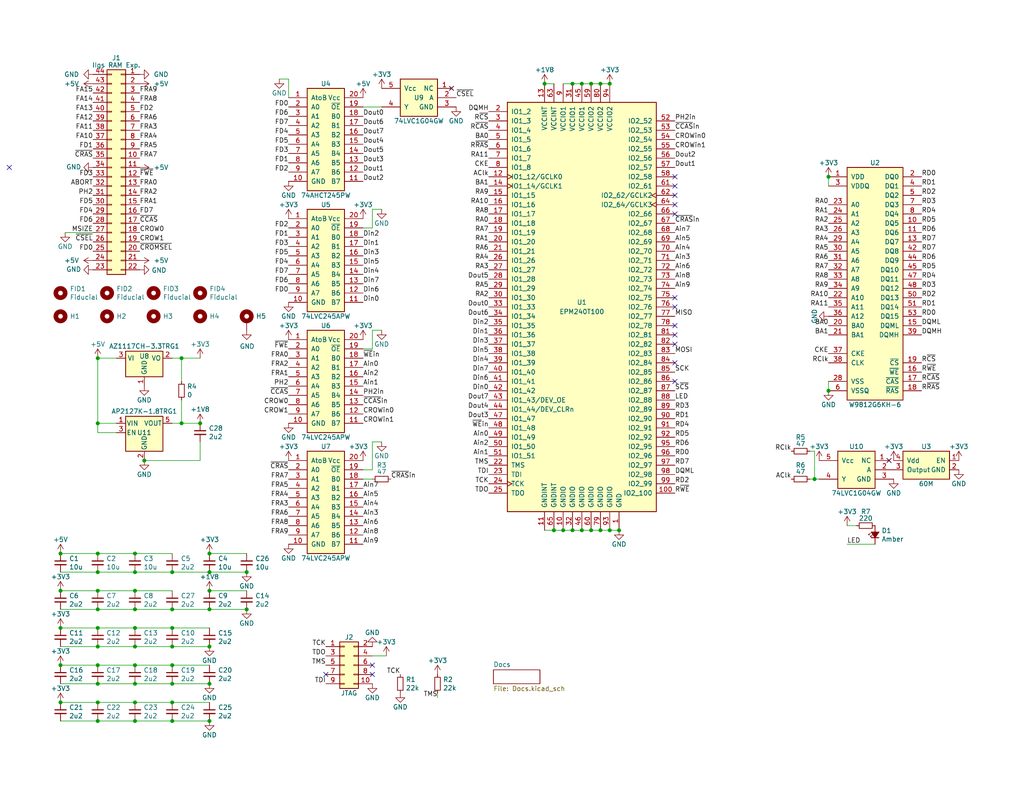
<source format=kicad_sch>
(kicad_sch (version 20230121) (generator eeschema)
  (paper "USLetter")
  (title_block (title "GW4201D (RAM2GS II) - EPM240 / 5M240Z / AG256") (date "2023-10-27") (rev "2.1") (company "Garrett's Workshop"))
  (junction (at 26.67 196.85))
  (junction (at 57.15 196.85))
  (junction (at 36.83 191.77))
  (junction (at 46.99 196.85))
  (junction (at 49.53 97.79))
  (junction (at 26.67 151.13))
  (junction (at 67.31 156.21))
  (junction (at 46.99 181.61))
  (junction (at 26.67 191.77))
  (junction (at 148.59 22.86))
  (junction (at 39.37 125.73))
  (junction (at 54.61 115.57))
  (junction (at 67.31 166.37))
  (junction (at 26.67 97.79))
  (junction (at 26.67 161.29))
  (junction (at 156.21 22.86))
  (junction (at 158.75 144.78))
  (junction (at 46.99 166.37))
  (junction (at 226.06 106.68))
  (junction (at 166.37 144.78))
  (junction (at 46.99 156.21))
  (junction (at 57.15 156.21))
  (junction (at 49.53 115.57))
  (junction (at 36.83 161.29))
  (junction (at 46.99 171.45))
  (junction (at 26.67 166.37))
  (junction (at 36.83 176.53))
  (junction (at 57.15 186.69))
  (junction (at 161.29 144.78))
  (junction (at 36.83 166.37))
  (junction (at 26.67 156.21))
  (junction (at 163.83 144.78))
  (junction (at 26.67 186.69))
  (junction (at 16.51 191.77))
  (junction (at 26.67 171.45))
  (junction (at 57.15 151.13))
  (junction (at 46.99 191.77))
  (junction (at 36.83 181.61))
  (junction (at 156.21 144.78))
  (junction (at 168.91 144.78))
  (junction (at 16.51 181.61))
  (junction (at 57.15 161.29))
  (junction (at 57.15 176.53))
  (junction (at 16.51 161.29))
  (junction (at 26.67 115.57))
  (junction (at 36.83 156.21))
  (junction (at 36.83 171.45))
  (junction (at 158.75 22.86))
  (junction (at 26.67 181.61))
  (junction (at 222.25 130.81))
  (junction (at 57.15 166.37))
  (junction (at 36.83 196.85))
  (junction (at 36.83 186.69))
  (junction (at 46.99 186.69))
  (junction (at 26.67 176.53))
  (junction (at 151.13 144.78))
  (junction (at 163.83 22.86))
  (junction (at 46.99 176.53))
  (junction (at 16.51 171.45))
  (junction (at 166.37 22.86))
  (junction (at 161.29 22.86))
  (junction (at 36.83 151.13))
  (junction (at 16.51 151.13))
  (junction (at 153.67 144.78))
  (junction (at 226.06 48.26))
  (no_connect (at 184.15 88.9))
  (no_connect (at 2.54 45.72))
  (no_connect (at 184.15 83.82))
  (no_connect (at 101.6 184.15))
  (no_connect (at 184.15 81.28))
  (no_connect (at 184.15 53.34))
  (no_connect (at 101.6 181.61))
  (no_connect (at 184.15 91.44))
  (no_connect (at 88.9 184.15))
  (no_connect (at 123.19 24.13))
  (no_connect (at 184.15 50.8))
  (no_connect (at 184.15 48.26))
  (no_connect (at 184.15 55.88))
  (no_connect (at 184.15 99.06))
  (no_connect (at 184.15 93.98))
  (no_connect (at 184.15 104.14))
  (no_connect (at 184.15 58.42))
  (no_connect (at 242.57 125.73))
  (wire (pts (xy 16.51 196.85) (xy 26.67 196.85)))
  (wire (pts (xy 46.99 176.53) (xy 57.15 176.53)))
  (wire (pts (xy 26.67 176.53) (xy 36.83 176.53)))
  (wire (pts (xy 57.15 156.21) (xy 67.31 156.21)))
  (wire (pts (xy 163.83 22.86) (xy 166.37 22.86)))
  (wire (pts (xy 26.67 186.69) (xy 36.83 186.69)))
  (wire (pts (xy 101.6 57.15) (xy 104.14 57.15)))
  (wire (pts (xy 26.67 97.79) (xy 31.75 97.79)))
  (wire (pts (xy 156.21 22.86) (xy 158.75 22.86)))
  (wire (pts (xy 57.15 166.37) (xy 67.31 166.37)))
  (wire (pts (xy 54.61 125.73) (xy 39.37 125.73)))
  (wire (pts (xy 26.67 181.61) (xy 36.83 181.61)))
  (wire (pts (xy 222.25 123.19) (xy 220.98 123.19)))
  (wire (pts (xy 26.67 196.85) (xy 36.83 196.85)))
  (wire (pts (xy 105.41 179.07) (xy 101.6 179.07)))
  (wire (pts (xy 57.15 161.29) (xy 67.31 161.29)))
  (wire (pts (xy 78.74 26.67) (xy 78.74 21.59)))
  (wire (pts (xy 231.14 143.51) (xy 233.68 143.51)))
  (wire (pts (xy 26.67 166.37) (xy 36.83 166.37)))
  (wire (pts (xy 220.98 130.81) (xy 222.25 130.81)))
  (wire (pts (xy 101.6 90.17) (xy 104.14 90.17)))
  (wire (pts (xy 151.13 144.78) (xy 153.67 144.78)))
  (wire (pts (xy 101.6 62.23) (xy 99.06 62.23)))
  (wire (pts (xy 16.51 191.77) (xy 26.67 191.77)))
  (wire (pts (xy 16.51 166.37) (xy 26.67 166.37)))
  (wire (pts (xy 101.6 120.65) (xy 101.6 128.27)))
  (wire (pts (xy 153.67 22.86) (xy 156.21 22.86)))
  (wire (pts (xy 158.75 22.86) (xy 161.29 22.86)))
  (wire (pts (xy 168.91 144.78) (xy 166.37 144.78)))
  (wire (pts (xy 16.51 161.29) (xy 26.67 161.29)))
  (wire (pts (xy 119.38 190.5) (xy 119.38 189.23)))
  (wire (pts (xy 46.99 171.45) (xy 57.15 171.45)))
  (wire (pts (xy 26.67 118.11) (xy 26.67 115.57)))
  (wire (pts (xy 101.6 95.25) (xy 101.6 90.17)))
  (wire (pts (xy 31.75 118.11) (xy 26.67 118.11)))
  (wire (pts (xy 16.51 151.13) (xy 26.67 151.13)))
  (wire (pts (xy 101.6 128.27) (xy 99.06 128.27)))
  (wire (pts (xy 163.83 144.78) (xy 166.37 144.78)))
  (wire (pts (xy 158.75 144.78) (xy 161.29 144.78)))
  (wire (pts (xy 148.59 144.78) (xy 151.13 144.78)))
  (wire (pts (xy 104.14 29.21) (xy 99.06 29.21)))
  (wire (pts (xy 16.51 186.69) (xy 26.67 186.69)))
  (wire (pts (xy 16.51 156.21) (xy 26.67 156.21)))
  (wire (pts (xy 101.6 120.65) (xy 104.14 120.65)))
  (wire (pts (xy 46.99 196.85) (xy 57.15 196.85)))
  (wire (pts (xy 26.67 191.77) (xy 36.83 191.77)))
  (wire (pts (xy 36.83 166.37) (xy 46.99 166.37)))
  (wire (pts (xy 148.59 22.86) (xy 151.13 22.86)))
  (wire (pts (xy 78.74 21.59) (xy 76.2 21.59)))
  (wire (pts (xy 26.67 171.45) (xy 36.83 171.45)))
  (wire (pts (xy 49.53 104.14) (xy 49.53 97.79)))
  (wire (pts (xy 36.83 186.69) (xy 46.99 186.69)))
  (wire (pts (xy 99.06 130.81) (xy 101.6 130.81)))
  (wire (pts (xy 36.83 176.53) (xy 46.99 176.53)))
  (wire (pts (xy 36.83 156.21) (xy 46.99 156.21)))
  (wire (pts (xy 46.99 166.37) (xy 57.15 166.37)))
  (wire (pts (xy 31.75 115.57) (xy 26.67 115.57)))
  (wire (pts (xy 26.67 151.13) (xy 36.83 151.13)))
  (wire (pts (xy 222.25 130.81) (xy 223.52 130.81)))
  (wire (pts (xy 26.67 156.21) (xy 36.83 156.21)))
  (wire (pts (xy 49.53 109.22) (xy 49.53 115.57)))
  (wire (pts (xy 49.53 115.57) (xy 54.61 115.57)))
  (wire (pts (xy 26.67 115.57) (xy 26.67 97.79)))
  (wire (pts (xy 67.31 151.13) (xy 57.15 151.13)))
  (wire (pts (xy 101.6 95.25) (xy 99.06 95.25)))
  (wire (pts (xy 16.51 181.61) (xy 26.67 181.61)))
  (wire (pts (xy 156.21 144.78) (xy 158.75 144.78)))
  (wire (pts (xy 46.99 115.57) (xy 49.53 115.57)))
  (wire (pts (xy 36.83 191.77) (xy 46.99 191.77)))
  (wire (pts (xy 17.78 63.5) (xy 25.4 63.5)))
  (wire (pts (xy 36.83 151.13) (xy 46.99 151.13)))
  (wire (pts (xy 153.67 144.78) (xy 156.21 144.78)))
  (wire (pts (xy 54.61 120.65) (xy 54.61 125.73)))
  (wire (pts (xy 101.6 62.23) (xy 101.6 57.15)))
  (wire (pts (xy 46.99 156.21) (xy 57.15 156.21)))
  (wire (pts (xy 226.06 106.68) (xy 226.06 104.14)))
  (wire (pts (xy 36.83 161.29) (xy 46.99 161.29)))
  (wire (pts (xy 226.06 48.26) (xy 226.06 50.8)))
  (wire (pts (xy 161.29 22.86) (xy 163.83 22.86)))
  (wire (pts (xy 36.83 181.61) (xy 46.99 181.61)))
  (wire (pts (xy 161.29 144.78) (xy 163.83 144.78)))
  (wire (pts (xy 46.99 191.77) (xy 57.15 191.77)))
  (wire (pts (xy 36.83 171.45) (xy 46.99 171.45)))
  (wire (pts (xy 54.61 97.79) (xy 49.53 97.79)))
  (wire (pts (xy 36.83 196.85) (xy 46.99 196.85)))
  (wire (pts (xy 16.51 171.45) (xy 26.67 171.45)))
  (wire (pts (xy 238.76 148.59) (xy 231.14 148.59)))
  (wire (pts (xy 26.67 161.29) (xy 36.83 161.29)))
  (wire (pts (xy 46.99 186.69) (xy 57.15 186.69)))
  (wire (pts (xy 222.25 130.81) (xy 222.25 123.19)))
  (wire (pts (xy 49.53 97.79) (xy 46.99 97.79)))
  (wire (pts (xy 46.99 181.61) (xy 57.15 181.61)))
  (wire (pts (xy 16.51 176.53) (xy 26.67 176.53)))
  (label "R~{RAS}" (at 251.46 106.68 0))
  (label "RA9" (at 226.06 78.74 180))
  (label "CROWin0" (at 99.06 113.03 0))
  (label "S~{CS}" (at 184.15 106.68 0))
  (label "TCK" (at 109.22 184.15 180))
  (label "AClk" (at 133.35 48.26 180))
  (label "RD2" (at 251.46 81.28 0))
  (label "FRA1" (at 78.74 102.87 180))
  (label "FRA2" (at 38.1 53.34 0))
  (label "Ain4" (at 99.06 138.43 0))
  (label "Din0" (at 133.35 106.68 180))
  (label "CROW1" (at 78.74 113.03 180))
  (label "Ain9" (at 99.06 148.59 0))
  (label "RClk" (at 226.06 99.06 180))
  (label "Dout4" (at 133.35 111.76 180))
  (label "TMS" (at 119.38 190.5 180))
  (label "Dout3" (at 133.35 114.3 180))
  (label "Ain5" (at 99.06 135.89 0))
  (label "RA10" (at 226.06 81.28 180))
  (label "Ain1" (at 133.35 124.46 180))
  (label "RA9" (at 133.35 53.34 180))
  (label "TDI" (at 133.35 129.54 180))
  (label "FRA7" (at 78.74 130.81 180))
  (label "RD1" (at 251.46 83.82 0))
  (label "RA8" (at 133.35 58.42 180))
  (label "Din6" (at 99.06 80.01 0))
  (label "MISO" (at 184.15 86.36 0))
  (label "RD3" (at 251.46 78.74 0))
  (label "RA2" (at 133.35 81.28 180))
  (label "ABORT" (at 25.4 50.8 180))
  (label "FRA8" (at 38.1 27.94 0))
  (label "RD0" (at 184.15 124.46 0))
  (label "~{CROMSEL}" (at 38.1 68.58 0))
  (label "RD1" (at 251.46 50.8 0))
  (label "Ain5" (at 184.15 66.04 0))
  (label "TCK" (at 133.35 132.08 180))
  (label "RD4" (at 251.46 76.2 0))
  (label "Ain6" (at 99.06 143.51 0))
  (label "FD3" (at 78.74 67.31 180))
  (label "FD0" (at 78.74 80.01 180))
  (label "FD5" (at 78.74 39.37 180))
  (label "Dout2" (at 184.15 43.18 0))
  (label "PH2in" (at 99.06 107.95 0))
  (label "~{CRAS}in" (at 106.68 130.81 0))
  (label "FRA6" (at 38.1 33.02 0))
  (label "RD4" (at 251.46 58.42 0))
  (label "RD2" (at 251.46 53.34 0))
  (label "Dout0" (at 133.35 83.82 180))
  (label "Din3" (at 133.35 93.98 180))
  (label "RD7" (at 251.46 66.04 0))
  (label "R~{CAS}" (at 251.46 104.14 0))
  (label "MSIZE" (at 25.4 63.5 180))
  (label "FD6" (at 78.74 31.75 180))
  (label "Dout1" (at 99.06 46.99 0))
  (label "FD2" (at 78.74 62.23 180))
  (label "FD3" (at 25.4 48.26 180))
  (label "FRA4" (at 38.1 38.1 0))
  (label "~{CSEL}" (at 25.4 66.04 180))
  (label "Ain2" (at 133.35 121.92 180))
  (label "FRA0" (at 78.74 97.79 180))
  (label "RA11" (at 226.06 83.82 180))
  (label "RA0" (at 133.35 60.96 180))
  (label "BA1" (at 226.06 91.44 180))
  (label "Din1" (at 133.35 91.44 180))
  (label "RA5" (at 226.06 68.58 180))
  (label "RD5" (at 184.15 119.38 0))
  (label "Din4" (at 99.06 74.93 0))
  (label "Din6" (at 133.35 104.14 180))
  (label "R~{RAS}" (at 133.35 40.64 180))
  (label "FD6" (at 25.4 60.96 180))
  (label "RA8" (at 226.06 76.2 180))
  (label "Din7" (at 133.35 101.6 180))
  (label "RD0" (at 251.46 86.36 0))
  (label "CROWin0" (at 184.15 38.1 0))
  (label "FRA8" (at 78.74 143.51 180))
  (label "RA1" (at 226.06 58.42 180))
  (label "Din4" (at 133.35 99.06 180))
  (label "Ain6" (at 184.15 73.66 0))
  (label "Din5" (at 99.06 72.39 0))
  (label "RD3" (at 184.15 111.76 0))
  (label "Dout6" (at 99.06 34.29 0))
  (label "TDI" (at 88.9 186.69 180))
  (label "BA0" (at 226.06 88.9 180))
  (label "FD1" (at 25.4 40.64 180))
  (label "~{FWE}" (at 38.1 48.26 0))
  (label "FD4" (at 78.74 36.83 180))
  (label "Ain0" (at 99.06 100.33 0))
  (label "Ain3" (at 99.06 140.97 0))
  (label "RA6" (at 226.06 71.12 180))
  (label "RClk" (at 215.9 123.19 180))
  (label "FD4" (at 25.4 58.42 180))
  (label "FD2" (at 78.74 46.99 180))
  (label "FRA4" (at 78.74 135.89 180))
  (label "RA0" (at 226.06 55.88 180))
  (label "RD4" (at 184.15 116.84 0))
  (label "FRA9" (at 78.74 146.05 180))
  (label "TDO" (at 133.35 134.62 180))
  (label "CROW0" (at 78.74 110.49 180))
  (label "PH2in" (at 184.15 33.02 0))
  (label "RD0" (at 251.46 48.26 0))
  (label "~{WE}in" (at 99.06 97.79 0))
  (label "Din5" (at 133.35 96.52 180))
  (label "DQML" (at 184.15 129.54 0))
  (label "FA12" (at 25.4 33.02 180))
  (label "Dout4" (at 99.06 39.37 0))
  (label "Ain9" (at 184.15 78.74 0))
  (label "Dout2" (at 99.06 49.53 0))
  (label "FA15" (at 25.4 25.4 180))
  (label "Din7" (at 99.06 77.47 0))
  (label "Din2" (at 99.06 64.77 0))
  (label "Dout6" (at 133.35 86.36 180))
  (label "FD1" (at 78.74 64.77 180))
  (label "RD5" (at 251.46 73.66 0))
  (label "AClk" (at 215.9 130.81 180))
  (label "~{CCAS}in" (at 184.15 35.56 0))
  (label "Ain2" (at 99.06 102.87 0))
  (label "RD3" (at 251.46 55.88 0))
  (label "RD6" (at 184.15 121.92 0))
  (label "FD7" (at 78.74 74.93 180))
  (label "RD1" (at 184.15 114.3 0))
  (label "~{CRAS}" (at 25.4 43.18 180))
  (label "FD5" (at 25.4 55.88 180))
  (label "Dout5" (at 99.06 41.91 0))
  (label "CROWin1" (at 99.06 115.57 0))
  (label "FRA1" (at 38.1 55.88 0))
  (label "~{WE}in" (at 133.35 116.84 180))
  (label "R~{CS}" (at 133.35 33.02 180))
  (label "Din3" (at 99.06 69.85 0))
  (label "RA3" (at 226.06 63.5 180))
  (label "DQMH" (at 133.35 30.48 180))
  (label "FRA7" (at 38.1 43.18 0))
  (label "LED" (at 231.14 148.59 0))
  (label "Ain4" (at 184.15 68.58 0))
  (label "PH2" (at 78.74 105.41 180))
  (label "TCK" (at 88.9 176.53 180))
  (label "RD6" (at 251.46 71.12 0))
  (label "FRA5" (at 78.74 133.35 180))
  (label "Dout3" (at 99.06 44.45 0))
  (label "SCK" (at 184.15 101.6 0))
  (label "FD2" (at 38.1 30.48 0))
  (label "Ain8" (at 184.15 76.2 0))
  (label "RA7" (at 133.35 63.5 180))
  (label "FD4" (at 78.74 72.39 180))
  (label "DQMH" (at 251.46 91.44 0))
  (label "RD7" (at 251.46 68.58 0))
  (label "FA11" (at 25.4 35.56 180))
  (label "FA14" (at 25.4 27.94 180))
  (label "RA5" (at 133.35 78.74 180))
  (label "Dout7" (at 133.35 109.22 180))
  (label "CKE" (at 133.35 45.72 180))
  (label "Din0" (at 99.06 82.55 0))
  (label "~{CRAS}in" (at 184.15 60.96 0))
  (label "BA1" (at 133.35 50.8 180))
  (label "FA13" (at 25.4 30.48 180))
  (label "Ain8" (at 99.06 146.05 0))
  (label "FD6" (at 78.74 77.47 180))
  (label "R~{WE}" (at 251.46 101.6 0))
  (label "FD7" (at 38.1 58.42 0))
  (label "~{CSEL}" (at 124.46 26.67 0))
  (label "Din1" (at 99.06 67.31 0))
  (label "FRA0" (at 38.1 50.8 0))
  (label "CROWin1" (at 184.15 40.64 0))
  (label "RD6" (at 251.46 63.5 0))
  (label "Dout0" (at 99.06 31.75 0))
  (label "Ain0" (at 133.35 119.38 180))
  (label "DQML" (at 251.46 88.9 0))
  (label "MOSI" (at 184.15 96.52 0))
  (label "Dout7" (at 99.06 36.83 0))
  (label "FD0" (at 78.74 29.21 180))
  (label "RA4" (at 133.35 71.12 180))
  (label "LED" (at 184.15 109.22 0))
  (label "FD5" (at 78.74 69.85 180))
  (label "Ain1" (at 99.06 105.41 0))
  (label "FA10" (at 25.4 38.1 180))
  (label "CROW0" (at 38.1 63.5 0))
  (label "RD2" (at 184.15 132.08 0))
  (label "~{CRAS}" (at 78.74 128.27 180))
  (label "RD5" (at 251.46 60.96 0))
  (label "Dout1" (at 184.15 45.72 0))
  (label "FRA3" (at 38.1 35.56 0))
  (label "FD0" (at 25.4 68.58 180))
  (label "FRA5" (at 38.1 40.64 0))
  (label "TMS" (at 133.35 127 180))
  (label "CROW1" (at 38.1 66.04 0))
  (label "PH2" (at 25.4 53.34 180))
  (label "BA0" (at 133.35 38.1 180))
  (label "Ain3" (at 184.15 71.12 0))
  (label "FRA9" (at 38.1 25.4 0))
  (label "Ain7" (at 184.15 63.5 0))
  (label "FRA2" (at 78.74 100.33 180))
  (label "Dout5" (at 133.35 76.2 180))
  (label "FD7" (at 78.74 34.29 180))
  (label "RA4" (at 226.06 66.04 180))
  (label "Din2" (at 133.35 88.9 180))
  (label "R~{CS}" (at 251.46 99.06 0))
  (label "RA7" (at 226.06 73.66 180))
  (label "RA2" (at 226.06 60.96 180))
  (label "TDO" (at 88.9 179.07 180))
  (label "~{CCAS}" (at 78.74 107.95 180))
  (label "TMS" (at 88.9 181.61 180))
  (label "RA3" (at 133.35 73.66 180))
  (label "RA10" (at 133.35 55.88 180))
  (label "FRA3" (at 78.74 138.43 180))
  (label "R~{WE}" (at 184.15 134.62 0))
  (label "FD3" (at 78.74 41.91 180))
  (label "CKE" (at 226.06 96.52 180))
  (label "Ain7" (at 99.06 133.35 0))
  (label "RA6" (at 133.35 68.58 180))
  (label "~{CCAS}" (at 38.1 60.96 0))
  (label "R~{CAS}" (at 133.35 35.56 180))
  (label "RA1" (at 133.35 66.04 180))
  (label "~{CCAS}in" (at 99.06 110.49 0))
  (label "FD1" (at 78.74 44.45 180))
  (label "FRA6" (at 78.74 140.97 180))
  (label "RD7" (at 184.15 127 0))
  (label "~{FWE}" (at 78.74 95.25 180))
  (label "RA11" (at 133.35 43.18 180))
  (symbol (lib_id "Connector_Generic:Conn_02x22_Counter_Clockwise") (at 33.02 45.72 0) (mirror y) (unit 1)
    (property "Reference" "J1" (at 31.75 16.51 0) (effects (justify bottom)))
    (property "Value" "IIgs RAM Exp." (at 31.75 17.78 0))
    (property "Footprint" "stdpads:AppleIIgsMemoryExpansion_Edge" (effects hide))
    (property "Notes" "DNP - edge connector" (effects hide))
  )
  (symbol (lib_id "power:GND") (at 38.1 20.32 90) (mirror x) (unit 1)
    (property "Reference" "#PWR0101" (effects hide))
    (property "Value" "GND" (at 41.91 20.32 90) (effects (justify right)))
  )
  (symbol (lib_id "power:GND") (at 25.4 20.32 270) (mirror x) (unit 1)
    (property "Reference" "#PWR0102" (effects hide))
    (property "Value" "GND" (at 21.59 20.32 90) (effects (justify right)))
  )
  (symbol (lib_id "power:GND") (at 25.4 73.66 270) (mirror x) (unit 1)
    (property "Reference" "#PWR0103" (effects hide))
    (property "Value" "GND" (at 22.1488 73.533 90) (effects (justify right)))
  )
  (symbol (lib_id "power:GND") (at 38.1 73.66 90) (mirror x) (unit 1)
    (property "Reference" "#PWR0104" (effects hide))
    (property "Value" "GND" (at 41.3512 73.787 90) (effects (justify right)))
  )
  (symbol (lib_id "power:+5V") (at 38.1 22.86 270) (mirror x) (unit 1)
    (property "Reference" "#PWR0105" (effects hide))
    (property "Value" "+5V" (at 41.91 22.86 90) (effects (justify left)))
  )
  (symbol (lib_id "power:+5V") (at 25.4 22.86 90) (mirror x) (unit 1)
    (property "Reference" "#PWR0106" (effects hide))
    (property "Value" "+5V" (at 21.59 22.86 90) (effects (justify left)))
  )
  (symbol (lib_id "power:+5V") (at 38.1 71.12 270) (mirror x) (unit 1)
    (property "Reference" "#PWR0107" (effects hide))
    (property "Value" "+5V" (at 41.91 71.12 90) (effects (justify left)))
  )
  (symbol (lib_id "power:+5V") (at 25.4 71.12 90) (mirror x) (unit 1)
    (property "Reference" "#PWR0108" (effects hide))
    (property "Value" "+5V" (at 21.59 71.12 90) (effects (justify left)))
  )
  (symbol (lib_id "power:+5V") (at 38.1 45.72 270) (mirror x) (unit 1)
    (property "Reference" "#PWR0109" (effects hide))
    (property "Value" "+5V" (at 41.91 45.72 90) (effects (justify left)))
  )
  (symbol (lib_id "power:GND") (at 25.4 45.72 270) (mirror x) (unit 1)
    (property "Reference" "#PWR0110" (effects hide))
    (property "Value" "GND" (at 22.1488 45.593 90) (effects (justify right)))
  )
  (symbol (lib_id "Mechanical:MountingHole") (at 16.51 80.01 0) (unit 1)
    (property "Reference" "FID1" (at 19.05 78.8416 0) (effects (justify left)))
    (property "Value" "Fiducial" (at 19.05 81.153 0) (effects (justify left)))
    (property "Footprint" "stdpads:Fiducial" (effects hide))
    (property "Notes" "DNP - SMT vision system fiducial" (effects hide))
  )
  (symbol (lib_id "Mechanical:MountingHole") (at 29.21 80.01 0) (unit 1)
    (property "Reference" "FID2" (at 31.75 78.8416 0) (effects (justify left)))
    (property "Value" "Fiducial" (at 31.75 81.153 0) (effects (justify left)))
    (property "Footprint" "stdpads:Fiducial" (effects hide))
    (property "Notes" "DNP - SMT vision system fiducial" (effects hide))
  )
  (symbol (lib_id "Mechanical:MountingHole") (at 41.91 80.01 0) (unit 1)
    (property "Reference" "FID3" (at 44.45 78.8416 0) (effects (justify left)))
    (property "Value" "Fiducial" (at 44.45 81.153 0) (effects (justify left)))
    (property "Footprint" "stdpads:Fiducial" (effects hide))
    (property "Notes" "DNP - SMT vision system fiducial" (effects hide))
  )
  (symbol (lib_id "Mechanical:MountingHole") (at 54.61 80.01 0) (unit 1)
    (property "Reference" "FID4" (at 57.15 78.8416 0) (effects (justify left)))
    (property "Value" "Fiducial" (at 57.15 81.153 0) (effects (justify left)))
    (property "Footprint" "stdpads:Fiducial" (effects hide))
    (property "Notes" "DNP - SMT vision system fiducial" (effects hide))
  )
  (symbol (lib_id "GW_Logic:74245") (at 88.9 38.1 0) (unit 1)
    (property "Reference" "U4" (at 88.9 22.86 0))
    (property "Value" "74AHCT245PW" (at 88.9 53.34 0))
    (property "Footprint" "stdpads:TSSOP-20_4.4x6.5mm_P0.65mm" (effects hide))
    (property "LCSC Part" "C173388" (effects hide))
    (property "Mfg. Part Numbers" "NXP 74AHCT245PW, NXP 74AHCT245APW, TI SN74AHCT245PW" (effects hide))
    (property "Notes" "Most 74AHCT245 in TSSOP-20 package is acceptable." (effects hide))
  )
  (symbol (lib_id "GW_Logic:74245") (at 88.9 71.12 0) (unit 1)
    (property "Reference" "U5" (at 88.9 55.88 0))
    (property "Value" "74LVC245APW" (at 88.9 86.36 0))
    (property "Footprint" "stdpads:TSSOP-20_4.4x6.5mm_P0.65mm" (effects hide))
    (property "LCSC Part" "C6082" (effects hide))
    (property "Mfg. Part Numbers" "NXP 74LVC245APW, TI SN74LVC245APW, NXP 74AHC245PW, NXP 74AHC245APW, TI SN74AHC245PW" (effects hide))
    (property "Notes" "Most 74LVC245 or 74AHC245 in TSSOP-20 package is acceptable." (effects hide))
  )
  (symbol (lib_id "GW_Logic:74245") (at 88.9 104.14 0) (unit 1)
    (property "Reference" "U6" (at 88.9 88.9 0))
    (property "Value" "74LVC245APW" (at 88.9 119.38 0))
    (property "Footprint" "stdpads:TSSOP-20_4.4x6.5mm_P0.65mm" (effects hide))
    (property "LCSC Part" "C6082" (effects hide))
    (property "Mfg. Part Numbers" "NXP 74LVC245APW, TI SN74LVC245APW, NXP 74AHC245PW, NXP 74AHC245APW, TI SN74AHC245PW" (effects hide))
    (property "Notes" "Most 74LVC245 or 74AHC245 in TSSOP-20 package is acceptable." (effects hide))
  )
  (symbol (lib_id "GW_Logic:74245") (at 88.9 137.16 0) (unit 1)
    (property "Reference" "U7" (at 88.9 121.92 0))
    (property "Value" "74LVC245APW" (at 88.9 152.4 0))
    (property "Footprint" "stdpads:TSSOP-20_4.4x6.5mm_P0.65mm" (effects hide))
    (property "LCSC Part" "C6082" (effects hide))
    (property "Mfg. Part Numbers" "NXP 74LVC245APW, TI SN74LVC245APW, NXP 74AHC245PW, NXP 74AHC245APW, TI SN74AHC245PW" (effects hide))
    (property "Notes" "Most 74LVC245 or 74AHC245 in TSSOP-20 package is acceptable." (effects hide))
  )
  (symbol (lib_id "power:GND") (at 78.74 115.57 0) (mirror y) (unit 1)
    (property "Reference" "#PWR0111" (effects hide))
    (property "Value" "GND" (at 78.74 119.38 0))
  )
  (symbol (lib_id "power:GND") (at 78.74 148.59 0) (mirror y) (unit 1)
    (property "Reference" "#PWR0112" (effects hide))
    (property "Value" "GND" (at 78.74 152.4 0))
  )
  (symbol (lib_id "power:GND") (at 78.74 82.55 0) (mirror y) (unit 1)
    (property "Reference" "#PWR0114" (effects hide))
    (property "Value" "GND" (at 78.74 86.36 0))
  )
  (symbol (lib_id "power:GND") (at 78.74 49.53 0) (mirror y) (unit 1)
    (property "Reference" "#PWR0115" (effects hide))
    (property "Value" "GND" (at 78.74 53.34 0))
  )
  (symbol (lib_id "power:GND") (at 76.2 21.59 0) (unit 1)
    (property "Reference" "#PWR0117" (effects hide))
    (property "Value" "GND" (at 76.2 25.4 0))
  )
  (symbol (lib_id "power:+3V3") (at 78.74 125.73 0) (unit 1)
    (property "Reference" "#PWR0118" (effects hide))
    (property "Value" "+3V3" (at 78.74 121.92 0))
  )
  (symbol (lib_id "power:+3V3") (at 99.06 125.73 0) (unit 1)
    (property "Reference" "#PWR0119" (effects hide))
    (property "Value" "+3V3" (at 97.79 121.92 0))
  )
  (symbol (lib_id "power:+3V3") (at 99.06 92.71 0) (unit 1)
    (property "Reference" "#PWR0120" (effects hide))
    (property "Value" "+3V3" (at 99.06 88.9 0))
  )
  (symbol (lib_id "power:+3V3") (at 99.06 59.69 0) (unit 1)
    (property "Reference" "#PWR0121" (effects hide))
    (property "Value" "+3V3" (at 99.06 55.88 0))
  )
  (symbol (lib_id "power:+3V3") (at 78.74 59.69 0) (unit 1)
    (property "Reference" "#PWR0122" (effects hide))
    (property "Value" "+3V3" (at 78.74 55.88 0))
  )
  (symbol (lib_id "power:+3V3") (at 78.74 92.71 0) (unit 1)
    (property "Reference" "#PWR0123" (effects hide))
    (property "Value" "+3V3" (at 78.74 88.9 0))
  )
  (symbol (lib_id "power:GND") (at 104.14 90.17 0) (mirror y) (unit 1)
    (property "Reference" "#PWR0124" (effects hide))
    (property "Value" "GND" (at 104.14 93.98 0))
  )
  (symbol (lib_id "power:GND") (at 104.14 57.15 0) (mirror y) (unit 1)
    (property "Reference" "#PWR0125" (effects hide))
    (property "Value" "GND" (at 104.14 60.96 0))
  )
  (symbol (lib_id "power:GND") (at 104.14 120.65 0) (mirror y) (unit 1)
    (property "Reference" "#PWR0126" (effects hide))
    (property "Value" "GND" (at 104.14 124.46 0))
  )
  (symbol (lib_id "GW_RAM:SDRAM-16Mx16-TSOP2-54") (at 238.76 73.66 0) (unit 1)
    (property "Reference" "U2" (at 238.76 44.45 0))
    (property "Value" "W9812G6KH-6" (at 238.76 110.49 0))
    (property "Footprint" "stdpads:TSOP-II-54_22.2x10.16mm_P0.8mm" (effects hide))
    (property "LCSC Part" "C62379" (effects hide))
    (property "Mfg. Part Numbers" "Winbond W9812G6KH-6, Winbond W9812G6KH-6I, Winbond W9825G6KH-6, Winbond W9825G6KH-6I, ISSI IS42S16160J-6TL, ISSI IS42S16160J-6TLI, Micron MT48LC16M16A2P-6A :G, Micron MT48LC16M16A2P-6A IT:G" (effects hide))
    (property "Notes" "Most 166 MHz 128/256 Mbit x16 SDRAM is acceptable." (effects hide))
  )
  (symbol (lib_id "GW_Logic:Oscillator_4P") (at 252.73 128.27 0) (mirror y) (unit 1)
    (property "Reference" "U3" (at 252.73 121.92 0))
    (property "Value" "60M" (at 252.73 132.08 0))
    (property "Footprint" "stdpads:Crystal_SMD_7050-4Pin_7.0x5.0mm_SiTime" (effects hide))
    (property "LCSC Part" "C26255" (effects hide))
    (property "Mfg. Part Numbers" "SiTime SIT1602AI-82-33E-60.000000Y, Shenzhen SCTF S7D60.000000B20F30T, Taiten OCETGLJTNF-60MHZ" (effects hide))
    (property "Notes" "Most 60-62.5 MHz 3.3V crystal oscillator or silicon oscillator is acceptable. Do not use crystal resonator or ceramic resonator." (effects hide))
  )
  (symbol (lib_id "power:GND") (at 261.62 128.27 0) (unit 1)
    (property "Reference" "#PWR0128" (effects hide))
    (property "Value" "GND" (at 261.62 132.08 0))
  )
  (symbol (lib_id "power:+3V3") (at 261.62 125.73 0) (mirror y) (unit 1)
    (property "Reference" "#PWR0129" (effects hide))
    (property "Value" "+3V3" (at 261.62 121.92 0))
  )
  (symbol (lib_id "power:GND") (at 226.06 106.68 0) (mirror y) (unit 1)
    (property "Reference" "#PWR0130" (effects hide))
    (property "Value" "GND" (at 226.06 110.49 0))
  )
  (symbol (lib_id "power:+3V3") (at 226.06 48.26 0) (unit 1)
    (property "Reference" "#PWR0131" (effects hide))
    (property "Value" "+3V3" (at 226.06 44.45 0))
  )
  (symbol (lib_id "Regulator_Linear:LD1117S33TR_SOT223") (at 39.37 97.79 0) (unit 1)
    (property "Reference" "U8" (at 39.37 96.52 0) (effects (justify top)))
    (property "Value" "AZ1117CH-3.3TRG1" (at 39.37 95.25 0) (effects (justify bottom)))
    (property "Footprint" "stdpads:SOT-223" (effects hide))
    (property "LCSC Part" "C92102" (effects hide))
    (property "Mfg. Part Numbers" "Diodes AZ1117CH-3.3TRG1, Diodes AZ1117EH-3.3TRG1" (effects hide))
    (property "Notes" "Most 1117-type 3.3V regulator in SOT-223 package is acceptable." (effects hide))
  )
  (symbol (lib_id "power:GND") (at 39.37 105.41 0) (mirror y) (unit 1)
    (property "Reference" "#PWR0132" (effects hide))
    (property "Value" "GND" (at 39.37 109.22 0))
  )
  (symbol (lib_id "power:+3V3") (at 54.61 97.79 0) (unit 1)
    (property "Reference" "#PWR0133" (effects hide))
    (property "Value" "+3V3" (at 54.61 93.98 0))
  )
  (symbol (lib_id "power:+5V") (at 26.67 97.79 0) (mirror y) (unit 1)
    (property "Reference" "#PWR0134" (effects hide))
    (property "Value" "+5V" (at 26.67 93.98 0))
  )
  (symbol (lib_id "GW_PLD:5M240ZT100") (at 158.75 83.82 0) (unit 1)
    (property "Reference" "U1" (at 158.75 82.55 0))
    (property "Value" "EPM240T100" (at 158.75 85.09 0))
    (property "Footprint" "stdpads:TQFP-100_14x14mm_P0.5mm" (effects hide))
    (property "LCSC Part" "C10041" (effects hide))
    (property "Mfg. Part Numbers" "Altera 5M240ZT100C5N, Altera 5M240ZT100C4N, Altera 5M240ZT100C3N, Altera 5M240ZT100I5N, Altera 5M240ZT100I4N, Altera 5M240ZT100A5N, Altera 5M240ZT100A4N, Altera EPM240T100C5N, Altera EPM240T100C4N, Altera EPM240T100C3N, Altera EPM240T100I5N, Altera EPM240T100I4N, Altera EPM240T100A5N, Altera EPM240T100A4N, AGM/Alta-Gate AG256SL100, AGM AG256SL100C3, AGM AG256SL100C4, AGM/Alta-Gate AG272SL100, AGM AG272SL100C3, AGM AG272SL100C4, AGM/Alta-Gate AG576SL100, AGM AG576SL100C3, AGM AG576SL100C4" (effects hide))
  )
  (symbol (lib_id "power:+3V3") (at 166.37 22.86 0) (unit 1)
    (property "Reference" "#PWR0135" (effects hide))
    (property "Value" "+3V3" (at 166.37 19.05 0))
  )
  (symbol (lib_id "power:GND") (at 168.91 144.78 0) (mirror y) (unit 1)
    (property "Reference" "#PWR0136" (effects hide))
    (property "Value" "GND" (at 168.91 148.59 0))
  )
  (symbol (lib_id "GW_Logic:741G04GW") (at 233.68 128.27 0) (mirror y) (unit 1)
    (property "Reference" "U10" (at 233.68 121.92 0))
    (property "Value" "74LVC1G04GW" (at 233.68 134.62 0))
    (property "Footprint" "stdpads:SOT-353" (effects hide))
    (property "LCSC Part" "C10237" (effects hide))
    (property "Mfg. Part Numbers" "NXP 74LVC1G04GW, TI SN74LVC1G04DCK, NXP 74AHC1G04GW, TI SN74AHC1G04DCK" (effects hide))
    (property "Notes" "Most 74LVC1G04 or 74AHC1G04 in SOT-353 package is acceptable." (effects hide))
  )
  (symbol (lib_id "power:+3V3") (at 223.52 125.73 0) (mirror y) (unit 1)
    (property "Reference" "#PWR0156" (effects hide))
    (property "Value" "+3V3" (at 223.52 121.92 0))
  )
  (symbol (lib_id "GW_Logic:741G04GW") (at 114.3 26.67 0) (mirror y) (unit 1)
    (property "Reference" "U9" (at 114.3 26.67 0))
    (property "Value" "74LVC1G04GW" (at 114.3 33.02 0))
    (property "Footprint" "stdpads:SOT-353" (effects hide))
    (property "LCSC Part" "C10237" (effects hide))
    (property "Mfg. Part Numbers" "NXP 74LVC1G04GW, TI SN74LVC1G04DCK, NXP 74AHC1G04GW, TI SN74AHC1G04DCK" (effects hide))
    (property "Notes" "Most 74LVC1G04 or 74AHC1G04 in SOT-353 package is acceptable." (effects hide))
  )
  (symbol (lib_id "power:GND") (at 124.46 29.21 0) (mirror y) (unit 1)
    (property "Reference" "#PWR0116" (effects hide))
    (property "Value" "GND" (at 124.46 33.02 0))
  )
  (symbol (lib_id "power:GND") (at 243.84 130.81 0) (mirror y) (unit 1)
    (property "Reference" "#PWR0127" (effects hide))
    (property "Value" "GND" (at 243.84 134.62 0))
  )
  (symbol (lib_id "power:+3V3") (at 243.84 125.73 0) (mirror y) (unit 1)
    (property "Reference" "#PWR0149" (effects hide))
    (property "Value" "+3V3" (at 243.84 121.92 0))
  )
  (symbol (lib_id "Connector_Generic:Conn_02x05_Odd_Even") (at 93.98 181.61 0) (unit 1)
    (property "Reference" "J2" (at 95.25 173.99 0))
    (property "Value" "JTAG" (at 95.25 189.23 0))
    (property "Footprint" "Connector:Tag-Connect_TC2050-IDC-FP_2x05_P1.27mm_Vertical" (effects hide))
    (property "Notes" "DNP - test pad connector" (effects hide))
  )
  (symbol (lib_id "power:GND") (at 101.6 186.69 0) (unit 1)
    (property "Reference" "#PWR0150" (effects hide))
    (property "Value" "GND" (at 101.6 190.5 0))
  )
  (symbol (lib_id "power:GND") (at 101.6 176.53 180) (unit 1)
    (property "Reference" "#PWR0151" (effects hide))
    (property "Value" "GND" (at 101.6 172.72 0))
  )
  (symbol (lib_id "power:+3V3") (at 105.41 179.07 0) (unit 1)
    (property "Reference" "#PWR0152" (effects hide))
    (property "Value" "+3V3" (at 105.41 175.26 0))
  )
  (symbol (lib_id "Device:R_Small") (at 109.22 186.69 0) (mirror y) (unit 1)
    (property "Reference" "R1" (at 110.7186 185.5216 0) (effects (justify right)))
    (property "Value" "22k" (at 110.7186 187.833 0) (effects (justify right)))
    (property "Footprint" "stdpads:R_0805" (effects hide))
    (property "LCSC Part" "C17560" (effects hide))
    (property "Notes" "Any manufacturer's part is acceptable." (effects hide))
    (property "Mfg. Part Numbers" "Uniroyal 0805W8F2202T5E" (effects hide))
  )
  (symbol (lib_id "power:GND") (at 109.22 189.23 0) (unit 1)
    (property "Reference" "#PWR0153" (effects hide))
    (property "Value" "GND" (at 109.22 193.04 0))
  )
  (symbol (lib_id "Device:R_Small") (at 119.38 186.69 0) (unit 1)
    (property "Reference" "R2" (at 120.8786 185.5216 0) (effects (justify left)))
    (property "Value" "22k" (at 120.8786 187.833 0) (effects (justify left)))
    (property "Footprint" "stdpads:R_0805" (effects hide))
    (property "LCSC Part" "C17560" (effects hide))
    (property "Notes" "Any manufacturer's part is acceptable." (effects hide))
    (property "Mfg. Part Numbers" "Uniroyal 0805W8F2202T5E" (effects hide))
  )
  (symbol (lib_id "power:+3V3") (at 119.38 184.15 0) (unit 1)
    (property "Reference" "#PWR0154" (effects hide))
    (property "Value" "+3V3" (at 119.38 180.34 0))
  )
  (symbol (lib_id "power:GND") (at 17.78 63.5 0) (mirror y) (unit 1)
    (property "Reference" "#PWR0155" (effects hide))
    (property "Value" "GND" (at 17.78 67.31 0))
  )
  (symbol (lib_id "power:GND") (at 67.31 156.21 0) (mirror y) (unit 1)
    (property "Reference" "#PWR0137" (effects hide))
    (property "Value" "GND" (at 67.31 160.02 0))
  )
  (symbol (lib_id "power:+5V") (at 16.51 151.13 0) (mirror y) (unit 1)
    (property "Reference" "#PWR0138" (effects hide))
    (property "Value" "+5V" (at 16.51 147.32 0))
  )
  (symbol (lib_id "power:+3V3") (at 16.51 161.29 0) (unit 1)
    (property "Reference" "#PWR0139" (effects hide))
    (property "Value" "+3V3" (at 16.51 157.48 0))
  )
  (symbol (lib_id "power:GND") (at 67.31 166.37 0) (mirror y) (unit 1)
    (property "Reference" "#PWR0140" (effects hide))
    (property "Value" "GND" (at 67.31 170.18 0))
  )
  (symbol (lib_id "power:+3V3") (at 16.51 171.45 0) (unit 1)
    (property "Reference" "#PWR0141" (effects hide))
    (property "Value" "+3V3" (at 16.51 167.64 0))
  )
  (symbol (lib_id "power:GND") (at 57.15 176.53 0) (mirror y) (unit 1)
    (property "Reference" "#PWR0142" (effects hide))
    (property "Value" "GND" (at 57.15 180.34 0))
  )
  (symbol (lib_id "power:+3V3") (at 16.51 181.61 0) (unit 1)
    (property "Reference" "#PWR0143" (effects hide))
    (property "Value" "+3V3" (at 16.51 177.8 0))
  )
  (symbol (lib_id "power:GND") (at 57.15 186.69 0) (mirror y) (unit 1)
    (property "Reference" "#PWR0144" (effects hide))
    (property "Value" "GND" (at 57.15 190.5 0))
  )
  (symbol (lib_id "power:+3V3") (at 16.51 191.77 0) (unit 1)
    (property "Reference" "#PWR0145" (effects hide))
    (property "Value" "+3V3" (at 16.51 187.96 0))
  )
  (symbol (lib_id "power:GND") (at 57.15 196.85 0) (mirror y) (unit 1)
    (property "Reference" "#PWR0146" (effects hide))
    (property "Value" "GND" (at 57.15 200.66 0))
  )
  (symbol (lib_id "power:+3V3") (at 57.15 151.13 0) (unit 1)
    (property "Reference" "#PWR0147" (effects hide))
    (property "Value" "+3V3" (at 57.15 147.32 0))
  )
  (symbol (lib_id "Device:C_Small") (at 16.51 163.83 0) (unit 1)
    (property "Reference" "C6" (at 18.8468 162.6616 0) (effects (justify left)))
    (property "Value" "2u2" (at 18.8468 164.973 0) (effects (justify left)))
    (property "Footprint" "stdpads:C_0603" (effects hide))
    (property "LCSC Part" "C23630" (effects hide))
    (property "Mfg. Part Numbers" "Samsung CL10A225KO8NNNC" (effects hide))
    (property "Notes" "10V or higher. Any manufacturer's part is acceptable but Samsung, Murata, Yageo preferred." (effects hide))
  )
  (symbol (lib_id "Device:C_Small") (at 26.67 163.83 0) (unit 1)
    (property "Reference" "C7" (at 29.0068 162.6616 0) (effects (justify left)))
    (property "Value" "2u2" (at 29.0068 164.973 0) (effects (justify left)))
    (property "Footprint" "stdpads:C_0603" (effects hide))
    (property "LCSC Part" "C23630" (effects hide))
    (property "Mfg. Part Numbers" "Samsung CL10A225KO8NNNC" (effects hide))
    (property "Notes" "10V or higher. Any manufacturer's part is acceptable but Samsung, Murata, Yageo preferred." (effects hide))
  )
  (symbol (lib_id "Device:C_Small") (at 36.83 163.83 0) (unit 1)
    (property "Reference" "C8" (at 39.1668 162.6616 0) (effects (justify left)))
    (property "Value" "2u2" (at 39.1668 164.973 0) (effects (justify left)))
    (property "Footprint" "stdpads:C_0603" (effects hide))
    (property "LCSC Part" "C23630" (effects hide))
    (property "Mfg. Part Numbers" "Samsung CL10A225KO8NNNC" (effects hide))
    (property "Notes" "10V or higher. Any manufacturer's part is acceptable but Samsung, Murata, Yageo preferred." (effects hide))
  )
  (symbol (lib_id "Device:C_Small") (at 57.15 163.83 0) (unit 1)
    (property "Reference" "C9" (at 59.4868 162.6616 0) (effects (justify left)))
    (property "Value" "2u2" (at 59.4868 164.973 0) (effects (justify left)))
    (property "Footprint" "stdpads:C_0603" (effects hide))
    (property "LCSC Part" "C23630" (effects hide))
    (property "Mfg. Part Numbers" "Samsung CL10A225KO8NNNC" (effects hide))
    (property "Notes" "10V or higher. Any manufacturer's part is acceptable but Samsung, Murata, Yageo preferred." (effects hide))
  )
  (symbol (lib_id "Device:C_Small") (at 46.99 173.99 0) (unit 1)
    (property "Reference" "C10" (at 49.3268 172.8216 0) (effects (justify left)))
    (property "Value" "2u2" (at 49.3268 175.133 0) (effects (justify left)))
    (property "Footprint" "stdpads:C_0603" (effects hide))
    (property "LCSC Part" "C23630" (effects hide))
    (property "Mfg. Part Numbers" "Samsung CL10A225KO8NNNC" (effects hide))
    (property "Notes" "10V or higher. Any manufacturer's part is acceptable but Samsung, Murata, Yageo preferred." (effects hide))
  )
  (symbol (lib_id "Device:C_Small") (at 16.51 173.99 0) (unit 1)
    (property "Reference" "C11" (at 18.8468 172.8216 0) (effects (justify left)))
    (property "Value" "2u2" (at 18.8468 175.133 0) (effects (justify left)))
    (property "Footprint" "stdpads:C_0603" (effects hide))
    (property "LCSC Part" "C23630" (effects hide))
    (property "Mfg. Part Numbers" "Samsung CL10A225KO8NNNC" (effects hide))
    (property "Notes" "10V or higher. Any manufacturer's part is acceptable but Samsung, Murata, Yageo preferred." (effects hide))
  )
  (symbol (lib_id "Device:C_Small") (at 26.67 173.99 0) (unit 1)
    (property "Reference" "C12" (at 29.0068 172.8216 0) (effects (justify left)))
    (property "Value" "2u2" (at 29.0068 175.133 0) (effects (justify left)))
    (property "Footprint" "stdpads:C_0603" (effects hide))
    (property "LCSC Part" "C23630" (effects hide))
    (property "Mfg. Part Numbers" "Samsung CL10A225KO8NNNC" (effects hide))
    (property "Notes" "10V or higher. Any manufacturer's part is acceptable but Samsung, Murata, Yageo preferred." (effects hide))
  )
  (symbol (lib_id "Device:C_Small") (at 36.83 173.99 0) (unit 1)
    (property "Reference" "C13" (at 39.1668 172.8216 0) (effects (justify left)))
    (property "Value" "2u2" (at 39.1668 175.133 0) (effects (justify left)))
    (property "Footprint" "stdpads:C_0603" (effects hide))
    (property "LCSC Part" "C23630" (effects hide))
    (property "Mfg. Part Numbers" "Samsung CL10A225KO8NNNC" (effects hide))
    (property "Notes" "10V or higher. Any manufacturer's part is acceptable but Samsung, Murata, Yageo preferred." (effects hide))
  )
  (symbol (lib_id "Device:C_Small") (at 67.31 163.83 0) (unit 1)
    (property "Reference" "C14" (at 69.6468 162.6616 0) (effects (justify left)))
    (property "Value" "2u2" (at 69.6468 164.973 0) (effects (justify left)))
    (property "Footprint" "stdpads:C_0603" (effects hide))
    (property "LCSC Part" "C23630" (effects hide))
    (property "Mfg. Part Numbers" "Samsung CL10A225KO8NNNC" (effects hide))
    (property "Notes" "10V or higher. Any manufacturer's part is acceptable but Samsung, Murata, Yageo preferred." (effects hide))
  )
  (symbol (lib_id "Device:C_Small") (at 57.15 173.99 0) (unit 1)
    (property "Reference" "C15" (at 59.4868 172.8216 0) (effects (justify left)))
    (property "Value" "2u2" (at 59.4868 175.133 0) (effects (justify left)))
    (property "Footprint" "stdpads:C_0603" (effects hide))
    (property "LCSC Part" "C23630" (effects hide))
    (property "Mfg. Part Numbers" "Samsung CL10A225KO8NNNC" (effects hide))
    (property "Notes" "10V or higher. Any manufacturer's part is acceptable but Samsung, Murata, Yageo preferred." (effects hide))
  )
  (symbol (lib_id "Device:C_Small") (at 16.51 184.15 0) (unit 1)
    (property "Reference" "C16" (at 18.8468 182.9816 0) (effects (justify left)))
    (property "Value" "2u2" (at 18.8468 185.293 0) (effects (justify left)))
    (property "Footprint" "stdpads:C_0603" (effects hide))
    (property "LCSC Part" "C23630" (effects hide))
    (property "Mfg. Part Numbers" "Samsung CL10A225KO8NNNC" (effects hide))
    (property "Notes" "10V or higher. Any manufacturer's part is acceptable but Samsung, Murata, Yageo preferred." (effects hide))
  )
  (symbol (lib_id "Device:C_Small") (at 26.67 184.15 0) (unit 1)
    (property "Reference" "C17" (at 29.0068 182.9816 0) (effects (justify left)))
    (property "Value" "2u2" (at 29.0068 185.293 0) (effects (justify left)))
    (property "Footprint" "stdpads:C_0603" (effects hide))
    (property "LCSC Part" "C23630" (effects hide))
    (property "Mfg. Part Numbers" "Samsung CL10A225KO8NNNC" (effects hide))
    (property "Notes" "10V or higher. Any manufacturer's part is acceptable but Samsung, Murata, Yageo preferred." (effects hide))
  )
  (symbol (lib_id "Device:C_Small") (at 36.83 184.15 0) (unit 1)
    (property "Reference" "C18" (at 39.1668 182.9816 0) (effects (justify left)))
    (property "Value" "2u2" (at 39.1668 185.293 0) (effects (justify left)))
    (property "Footprint" "stdpads:C_0603" (effects hide))
    (property "LCSC Part" "C23630" (effects hide))
    (property "Mfg. Part Numbers" "Samsung CL10A225KO8NNNC" (effects hide))
    (property "Notes" "10V or higher. Any manufacturer's part is acceptable but Samsung, Murata, Yageo preferred." (effects hide))
  )
  (symbol (lib_id "Device:C_Small") (at 46.99 184.15 0) (unit 1)
    (property "Reference" "C19" (at 49.3268 182.9816 0) (effects (justify left)))
    (property "Value" "2u2" (at 49.3268 185.293 0) (effects (justify left)))
    (property "Footprint" "stdpads:C_0603" (effects hide))
    (property "LCSC Part" "C23630" (effects hide))
    (property "Mfg. Part Numbers" "Samsung CL10A225KO8NNNC" (effects hide))
    (property "Notes" "10V or higher. Any manufacturer's part is acceptable but Samsung, Murata, Yageo preferred." (effects hide))
  )
  (symbol (lib_id "Device:C_Small") (at 57.15 184.15 0) (unit 1)
    (property "Reference" "C20" (at 59.4868 182.9816 0) (effects (justify left)))
    (property "Value" "2u2" (at 59.4868 185.293 0) (effects (justify left)))
    (property "Footprint" "stdpads:C_0603" (effects hide))
    (property "LCSC Part" "C23630" (effects hide))
    (property "Mfg. Part Numbers" "Samsung CL10A225KO8NNNC" (effects hide))
    (property "Notes" "10V or higher. Any manufacturer's part is acceptable but Samsung, Murata, Yageo preferred." (effects hide))
  )
  (symbol (lib_id "Device:C_Small") (at 16.51 194.31 0) (unit 1)
    (property "Reference" "C21" (at 18.8468 193.1416 0) (effects (justify left)))
    (property "Value" "2u2" (at 18.8468 195.453 0) (effects (justify left)))
    (property "Footprint" "stdpads:C_0603" (effects hide))
    (property "LCSC Part" "C23630" (effects hide))
    (property "Mfg. Part Numbers" "Samsung CL10A225KO8NNNC" (effects hide))
    (property "Notes" "10V or higher. Any manufacturer's part is acceptable but Samsung, Murata, Yageo preferred." (effects hide))
  )
  (symbol (lib_id "Device:C_Small") (at 26.67 194.31 0) (unit 1)
    (property "Reference" "C22" (at 29.0068 193.1416 0) (effects (justify left)))
    (property "Value" "2u2" (at 29.0068 195.453 0) (effects (justify left)))
    (property "Footprint" "stdpads:C_0603" (effects hide))
    (property "LCSC Part" "C23630" (effects hide))
    (property "Mfg. Part Numbers" "Samsung CL10A225KO8NNNC" (effects hide))
    (property "Notes" "10V or higher. Any manufacturer's part is acceptable but Samsung, Murata, Yageo preferred." (effects hide))
  )
  (symbol (lib_id "Device:C_Small") (at 36.83 194.31 0) (unit 1)
    (property "Reference" "C23" (at 39.1668 193.1416 0) (effects (justify left)))
    (property "Value" "2u2" (at 39.1668 195.453 0) (effects (justify left)))
    (property "Footprint" "stdpads:C_0603" (effects hide))
    (property "LCSC Part" "C23630" (effects hide))
    (property "Mfg. Part Numbers" "Samsung CL10A225KO8NNNC" (effects hide))
    (property "Notes" "10V or higher. Any manufacturer's part is acceptable but Samsung, Murata, Yageo preferred." (effects hide))
  )
  (symbol (lib_id "Device:C_Small") (at 46.99 194.31 0) (unit 1)
    (property "Reference" "C24" (at 49.3268 193.1416 0) (effects (justify left)))
    (property "Value" "2u2" (at 49.3268 195.453 0) (effects (justify left)))
    (property "Footprint" "stdpads:C_0603" (effects hide))
    (property "LCSC Part" "C23630" (effects hide))
    (property "Mfg. Part Numbers" "Samsung CL10A225KO8NNNC" (effects hide))
    (property "Notes" "10V or higher. Any manufacturer's part is acceptable but Samsung, Murata, Yageo preferred." (effects hide))
  )
  (symbol (lib_id "Device:C_Small") (at 57.15 194.31 0) (unit 1)
    (property "Reference" "C25" (at 59.4868 193.1416 0) (effects (justify left)))
    (property "Value" "2u2" (at 59.4868 195.453 0) (effects (justify left)))
    (property "Footprint" "stdpads:C_0603" (effects hide))
    (property "LCSC Part" "C23630" (effects hide))
    (property "Mfg. Part Numbers" "Samsung CL10A225KO8NNNC" (effects hide))
    (property "Notes" "10V or higher. Any manufacturer's part is acceptable but Samsung, Murata, Yageo preferred." (effects hide))
  )
  (symbol (lib_id "Device:C_Small") (at 46.99 153.67 0) (unit 1)
    (property "Reference" "C5" (at 49.3268 152.5016 0) (effects (justify left)))
    (property "Value" "2u2" (at 49.3268 154.813 0) (effects (justify left)))
    (property "Footprint" "stdpads:C_0603" (effects hide))
    (property "LCSC Part" "C23630" (effects hide))
    (property "Mfg. Part Numbers" "Samsung CL10A225KO8NNNC" (effects hide))
    (property "Notes" "10V or higher. Any manufacturer's part is acceptable but Samsung, Murata, Yageo preferred." (effects hide))
  )
  (symbol (lib_id "Device:C_Small") (at 16.51 153.67 0) (unit 1)
    (property "Reference" "C1" (at 18.8468 152.5016 0) (effects (justify left)))
    (property "Value" "10u" (at 18.8468 154.813 0) (effects (justify left)))
    (property "Footprint" "stdpads:C_0805" (effects hide))
    (property "LCSC Part" "C15850" (effects hide))
    (property "Mfg. Part Numbers" "Samsung CL21A106KAYNNNE" (effects hide))
    (property "Notes" "10V or higher. Any manufacturer's part is acceptable but Samsung, Murata, Yageo preferred." (effects hide))
  )
  (symbol (lib_id "Device:C_Small") (at 26.67 153.67 0) (unit 1)
    (property "Reference" "C2" (at 29.0068 152.5016 0) (effects (justify left)))
    (property "Value" "10u" (at 29.0068 154.813 0) (effects (justify left)))
    (property "Footprint" "stdpads:C_0805" (effects hide))
    (property "LCSC Part" "C15850" (effects hide))
    (property "Mfg. Part Numbers" "Samsung CL21A106KAYNNNE" (effects hide))
    (property "Notes" "10V or higher. Any manufacturer's part is acceptable but Samsung, Murata, Yageo preferred." (effects hide))
  )
  (symbol (lib_id "Device:C_Small") (at 36.83 153.67 0) (unit 1)
    (property "Reference" "C3" (at 39.1668 152.5016 0) (effects (justify left)))
    (property "Value" "10u" (at 39.1668 154.813 0) (effects (justify left)))
    (property "Footprint" "stdpads:C_0805" (effects hide))
    (property "LCSC Part" "C15850" (effects hide))
    (property "Mfg. Part Numbers" "Samsung CL21A106KAYNNNE" (effects hide))
    (property "Notes" "10V or higher. Any manufacturer's part is acceptable but Samsung, Murata, Yageo preferred." (effects hide))
  )
  (symbol (lib_id "Device:C_Small") (at 57.15 153.67 0) (unit 1)
    (property "Reference" "C4" (at 59.4868 152.5016 0) (effects (justify left)))
    (property "Value" "10u" (at 59.4868 154.813 0) (effects (justify left)))
    (property "Footprint" "stdpads:C_0805" (effects hide))
    (property "LCSC Part" "C15850" (effects hide))
    (property "Mfg. Part Numbers" "Samsung CL21A106KAYNNNE" (effects hide))
    (property "Notes" "10V or higher. Any manufacturer's part is acceptable but Samsung, Murata, Yageo preferred." (effects hide))
  )
  (symbol (lib_id "Device:C_Small") (at 67.31 153.67 0) (unit 1)
    (property "Reference" "C26" (at 69.6468 152.5016 0) (effects (justify left)))
    (property "Value" "10u" (at 69.6468 154.813 0) (effects (justify left)))
    (property "Footprint" "stdpads:C_0805" (effects hide))
    (property "LCSC Part" "C15850" (effects hide))
    (property "Mfg. Part Numbers" "Samsung CL21A106KAYNNNE" (effects hide))
    (property "Notes" "10V or higher. Any manufacturer's part is acceptable but Samsung, Murata, Yageo preferred." (effects hide))
  )
  (symbol (lib_id "power:+3V3") (at 104.14 24.13 0) (unit 1)
    (property "Reference" "#PWR0148" (effects hide))
    (property "Value" "+3V3" (at 104.14 20.32 0))
  )
  (symbol (lib_id "power:+5V") (at 99.06 26.67 0) (unit 1)
    (property "Reference" "#PWR0157" (effects hide))
    (property "Value" "+5V" (at 99.06 22.86 0))
  )
  (symbol (lib_id "Device:C_Small") (at 46.99 163.83 0) (unit 1)
    (property "Reference" "C27" (at 49.3268 162.6616 0) (effects (justify left)))
    (property "Value" "2u2" (at 49.3268 164.973 0) (effects (justify left)))
    (property "Footprint" "stdpads:C_0603" (effects hide))
    (property "LCSC Part" "C23630" (effects hide))
    (property "Mfg. Part Numbers" "Samsung CL10A225KO8NNNC" (effects hide))
    (property "Notes" "10V or higher. Any manufacturer's part is acceptable but Samsung, Murata, Yageo preferred." (effects hide))
  )
  (symbol (lib_id "power:GND") (at 226.06 86.36 270) (mirror x) (unit 1)
    (property "Reference" "#PWR0158" (effects hide))
    (property "Value" "GND" (at 222.25 86.36 0))
  )
  (symbol (lib_id "Device:R_Small") (at 104.14 130.81 270) (unit 1)
    (property "Reference" "R3" (at 104.14 127 90))
    (property "Value" "47" (at 104.14 129.54 90) (effects (justify bottom)))
    (property "Footprint" "stdpads:R_0603" (effects hide))
    (property "Notes" "Any manufacturer's part is acceptable." (effects hide))
    (property "LCSC Part" "C23182" (effects hide))
    (property "Mfg. Part Numbers" "Uniroyal 0603WAF470JT5E" (effects hide))
  )
  (symbol (lib_id "Device:R_Small") (at 218.44 123.19 270) (unit 1)
    (property "Reference" "R5" (at 218.44 119.38 90))
    (property "Value" "47" (at 218.44 121.92 90) (effects (justify bottom)))
    (property "Footprint" "stdpads:R_0603" (effects hide))
    (property "Notes" "Any manufacturer's part is acceptable." (effects hide))
    (property "LCSC Part" "C23182" (effects hide))
    (property "Mfg. Part Numbers" "Uniroyal 0603WAF470JT5E" (effects hide))
  )
  (symbol (lib_id "Device:R_Small") (at 218.44 130.81 270) (unit 1)
    (property "Reference" "R6" (at 218.44 127 90))
    (property "Value" "47" (at 218.44 129.54 90) (effects (justify bottom)))
    (property "Footprint" "stdpads:R_0603" (effects hide))
    (property "Notes" "Any manufacturer's part is acceptable." (effects hide))
    (property "LCSC Part" "C23182" (effects hide))
    (property "Mfg. Part Numbers" "Uniroyal 0603WAF470JT5E" (effects hide))
  )
  (symbol (lib_id "Device:R_Small") (at 236.22 143.51 270) (unit 1)
    (property "Reference" "R7" (at 236.22 139.7 90))
    (property "Value" "220" (at 236.22 142.24 90) (effects (justify bottom)))
    (property "Footprint" "stdpads:R_0805" (effects hide))
    (property "LCSC Part" "C17557" (effects hide))
    (property "Mfg. Part Numbers" "Uniroyal 0805W8F2200T5E" (effects hide))
    (property "Notes" "Any manufacturer's part is acceptable." (effects hide))
  )
  (symbol (lib_id "Device:LED_Small_ALT") (at 238.76 146.05 90) (unit 1)
    (property "Reference" "D1" (at 240.538 144.8816 90) (effects (justify right)))
    (property "Value" "Amber" (at 240.538 147.193 90) (effects (justify right)))
    (property "Footprint" "stdpads:LED_0805" (effects hide))
    (property "Notes" "Any manufacturer's part is acceptable." (effects hide))
  )
  (symbol (lib_id "power:+3V3") (at 231.14 143.51 0) (unit 1)
    (property "Reference" "#PWR0163" (effects hide))
    (property "Value" "+3V3" (at 231.14 139.7 0))
  )
  (symbol (lib_id "Regulator_Linear:AP2127K-1.8") (at 39.37 118.11 0) (unit 1)
    (property "Reference" "U11" (at 39.37 118.11 0))
    (property "Value" "AP2127K-1.8TRG1" (at 39.37 113.03 0) (effects (justify bottom)))
    (property "Footprint" "stdpads:SOT-23-5" (effects hide))
    (property "LCSC Part" "C151375" (effects hide))
    (property "Mfg. Part Numbers" "Diodes AP2127K-1.8TRG1, Torex XC6228D182VR" (effects hide))
    (property "Notes" "Most 1.8V regulator in SOT-23-5 package is acceptable." (effects hide))
  )
  (symbol (lib_id "power:GND") (at 39.37 125.73 0) (mirror y) (unit 1)
    (property "Reference" "#PWR0159" (effects hide))
    (property "Value" "GND" (at 39.37 129.54 0))
  )
  (symbol (lib_id "Device:C_Small") (at 54.61 118.11 0) (unit 1)
    (property "Reference" "C28" (at 56.9468 116.9416 0) (effects (justify left)))
    (property "Value" "2u2" (at 56.9468 119.253 0) (effects (justify left)))
    (property "Footprint" "stdpads:C_0603" (effects hide))
    (property "LCSC Part" "C23630" (effects hide))
    (property "Mfg. Part Numbers" "Samsung CL10A225KO8NNNC" (effects hide))
    (property "Notes" "10V or higher. Any manufacturer's part is acceptable but Samsung, Murata, Yageo preferred." (effects hide))
  )
  (symbol (lib_id "power:+1V8") (at 54.61 115.57 0) (unit 1)
    (property "Reference" "#PWR0160" (effects hide))
    (property "Value" "+1V8" (at 54.61 111.76 0))
  )
  (symbol (lib_id "Device:R_Small") (at 49.53 106.68 0) (mirror y) (unit 1)
    (property "Reference" "R4" (at 51.0286 105.5116 0) (effects (justify right)))
    (property "Value" "0" (at 51.0286 107.823 0) (effects (justify right)))
    (property "Footprint" "stdpads:R_0805" (effects hide))
    (property "LCSC Part" "C17477" (effects hide))
    (property "Mfg. Part Numbers" "Uniroyal 0805W8F0000T5E" (effects hide))
    (property "Notes" "Any manufacturer's part is acceptable." (effects hide))
  )
  (symbol (lib_id "power:+1V8") (at 148.59 22.86 0) (unit 1)
    (property "Reference" "#PWR0161" (effects hide))
    (property "Value" "+1V8" (at 148.59 19.05 0))
  )
  (symbol (lib_id "power:+1V8") (at 57.15 161.29 0) (unit 1)
    (property "Reference" "#PWR0162" (effects hide))
    (property "Value" "+1V8" (at 57.15 157.48 0))
  )
  (symbol (lib_id "Mechanical:MountingHole") (at 16.51 86.36 0) (unit 1)
    (property "Reference" "H1" (at 19.05 86.36 0) (effects (justify left)))
    (property "Value" " " (at 19.05 87.376 0) (effects (justify left)))
    (property "Footprint" "stdpads:PasteHole_1.152mm_NPTH" (effects hide))
    (property "Notes" "DNP - mounting hole for solder paste printing" (effects hide))
  )
  (symbol (lib_id "Mechanical:MountingHole") (at 41.91 86.36 0) (unit 1)
    (property "Reference" "H3" (at 44.45 86.36 0) (effects (justify left)))
    (property "Value" " " (at 44.45 87.376 0) (effects (justify left)))
    (property "Footprint" "stdpads:PasteHole_1.152mm_NPTH" (effects hide))
    (property "Notes" "DNP - mounting hole" (effects hide))
  )
  (symbol (lib_id "Mechanical:MountingHole") (at 29.21 86.36 0) (unit 1)
    (property "Reference" "H2" (at 31.75 86.36 0) (effects (justify left)))
    (property "Value" " " (at 31.75 87.376 0) (effects (justify left)))
    (property "Footprint" "stdpads:PasteHole_1.152mm_NPTH" (effects hide))
    (property "Notes" "DNP - mounting hole for solder paste printing" (effects hide))
  )
  (symbol (lib_id "power:GND") (at 67.31 90.17 0) (unit 1)
    (property "Reference" "#PWR01" (effects hide))
    (property "Value" "GND" (at 67.437 94.5642 0))
  )
  (symbol (lib_id "Mechanical:MountingHole_Pad") (at 67.31 87.63 0) (unit 1)
    (property "Reference" "H5" (at 69.85 86.3346 0) (effects (justify left)))
    (property "Value" " " (at 69.85 88.646 0) (effects (justify left)))
    (property "Footprint" "stdpads:PasteHole_1.1mm_PTH" (effects hide))
    (property "Notes" "DNP - mounting hole for solder paste printing" (effects hide))
  )
  (symbol (lib_id "Mechanical:MountingHole") (at 54.61 86.36 0) (unit 1)
    (property "Reference" "H4" (at 57.15 86.36 0) (effects (justify left)))
    (property "Value" " " (at 57.15 87.376 0) (effects (justify left)))
    (property "Footprint" "stdpads:PasteHole_1.152mm_NPTH" (effects hide))
    (property "Notes" "DNP - mounting hole for solder paste printing" (effects hide))
  )
  (sheet (at 134.62 182.88) (size 12.7 3.81)
    (property "Sheetname" "Docs" (at 134.62 182.1684 0) (effects (justify left bottom)))
    (property "Sheetfile" "Docs.kicad_sch" (at 134.62 187.2746 0) (effects (justify left top)))
  )
)
</source>
